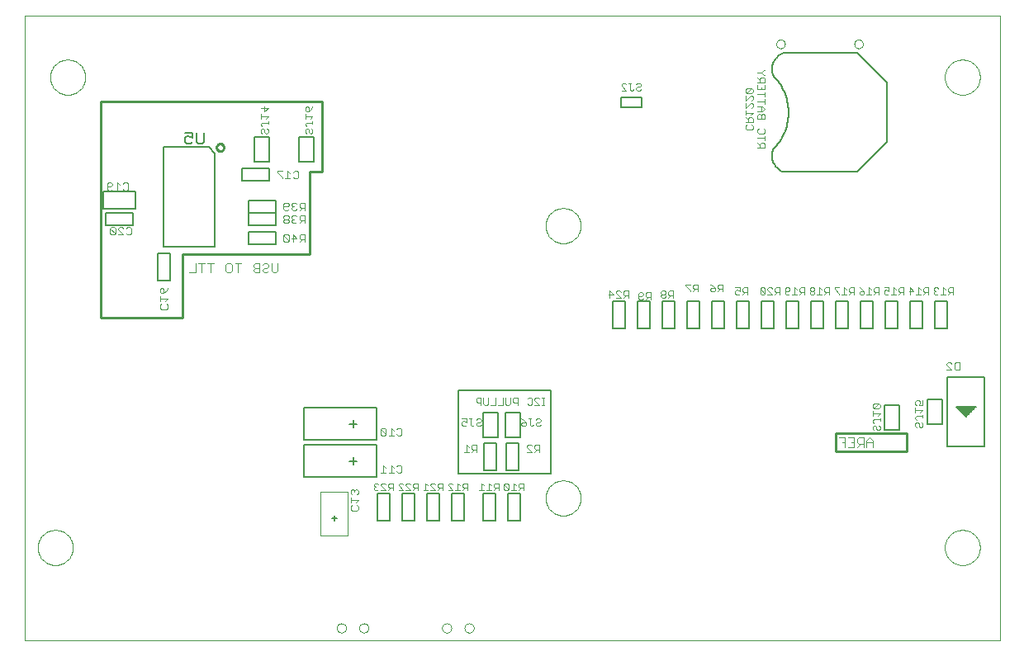
<source format=gbo>
G75*
G70*
%OFA0B0*%
%FSLAX24Y24*%
%IPPOS*%
%LPD*%
%AMOC8*
5,1,8,0,0,1.08239X$1,22.5*
%
%ADD10C,0.0000*%
%ADD11C,0.0080*%
%ADD12C,0.0030*%
%ADD13C,0.0100*%
%ADD14C,0.0050*%
%ADD15C,0.0040*%
%ADD16C,0.0060*%
D10*
X005510Y005143D02*
X005510Y030393D01*
X005510Y030389D02*
X044880Y030389D01*
X044880Y005143D01*
X005510Y005143D01*
X006051Y008893D02*
X006053Y008946D01*
X006059Y008999D01*
X006069Y009051D01*
X006082Y009102D01*
X006100Y009152D01*
X006121Y009201D01*
X006146Y009248D01*
X006174Y009292D01*
X006206Y009335D01*
X006240Y009375D01*
X006278Y009413D01*
X006318Y009447D01*
X006361Y009479D01*
X006406Y009507D01*
X006452Y009532D01*
X006501Y009553D01*
X006551Y009571D01*
X006602Y009584D01*
X006654Y009594D01*
X006707Y009600D01*
X006760Y009602D01*
X006813Y009600D01*
X006866Y009594D01*
X006918Y009584D01*
X006969Y009571D01*
X007019Y009553D01*
X007068Y009532D01*
X007115Y009507D01*
X007159Y009479D01*
X007202Y009447D01*
X007242Y009413D01*
X007280Y009375D01*
X007314Y009335D01*
X007346Y009292D01*
X007374Y009247D01*
X007399Y009201D01*
X007420Y009152D01*
X007438Y009102D01*
X007451Y009051D01*
X007461Y008999D01*
X007467Y008946D01*
X007469Y008893D01*
X007467Y008840D01*
X007461Y008787D01*
X007451Y008735D01*
X007438Y008684D01*
X007420Y008634D01*
X007399Y008585D01*
X007374Y008538D01*
X007346Y008494D01*
X007314Y008451D01*
X007280Y008411D01*
X007242Y008373D01*
X007202Y008339D01*
X007159Y008307D01*
X007114Y008279D01*
X007068Y008254D01*
X007019Y008233D01*
X006969Y008215D01*
X006918Y008202D01*
X006866Y008192D01*
X006813Y008186D01*
X006760Y008184D01*
X006707Y008186D01*
X006654Y008192D01*
X006602Y008202D01*
X006551Y008215D01*
X006501Y008233D01*
X006452Y008254D01*
X006405Y008279D01*
X006361Y008307D01*
X006318Y008339D01*
X006278Y008373D01*
X006240Y008411D01*
X006206Y008451D01*
X006174Y008494D01*
X006146Y008539D01*
X006121Y008585D01*
X006100Y008634D01*
X006082Y008684D01*
X006069Y008735D01*
X006059Y008787D01*
X006053Y008840D01*
X006051Y008893D01*
X018120Y005643D02*
X018122Y005670D01*
X018128Y005696D01*
X018137Y005721D01*
X018150Y005744D01*
X018166Y005765D01*
X018185Y005784D01*
X018206Y005800D01*
X018229Y005813D01*
X018254Y005822D01*
X018280Y005828D01*
X018307Y005830D01*
X018334Y005828D01*
X018360Y005822D01*
X018385Y005813D01*
X018408Y005800D01*
X018429Y005784D01*
X018448Y005765D01*
X018464Y005744D01*
X018477Y005721D01*
X018486Y005696D01*
X018492Y005670D01*
X018494Y005643D01*
X018492Y005616D01*
X018486Y005590D01*
X018477Y005565D01*
X018464Y005542D01*
X018448Y005521D01*
X018429Y005502D01*
X018408Y005486D01*
X018385Y005473D01*
X018360Y005464D01*
X018334Y005458D01*
X018307Y005456D01*
X018280Y005458D01*
X018254Y005464D01*
X018229Y005473D01*
X018206Y005486D01*
X018185Y005502D01*
X018166Y005521D01*
X018150Y005542D01*
X018137Y005565D01*
X018128Y005590D01*
X018122Y005616D01*
X018120Y005643D01*
X019025Y005643D02*
X019027Y005670D01*
X019033Y005696D01*
X019042Y005721D01*
X019055Y005744D01*
X019071Y005765D01*
X019090Y005784D01*
X019111Y005800D01*
X019134Y005813D01*
X019159Y005822D01*
X019185Y005828D01*
X019212Y005830D01*
X019239Y005828D01*
X019265Y005822D01*
X019290Y005813D01*
X019313Y005800D01*
X019334Y005784D01*
X019353Y005765D01*
X019369Y005744D01*
X019382Y005721D01*
X019391Y005696D01*
X019397Y005670D01*
X019399Y005643D01*
X019397Y005616D01*
X019391Y005590D01*
X019382Y005565D01*
X019369Y005542D01*
X019353Y005521D01*
X019334Y005502D01*
X019313Y005486D01*
X019290Y005473D01*
X019265Y005464D01*
X019239Y005458D01*
X019212Y005456D01*
X019185Y005458D01*
X019159Y005464D01*
X019134Y005473D01*
X019111Y005486D01*
X019090Y005502D01*
X019071Y005521D01*
X019055Y005542D01*
X019042Y005565D01*
X019033Y005590D01*
X019027Y005616D01*
X019025Y005643D01*
X022370Y005643D02*
X022372Y005670D01*
X022378Y005696D01*
X022387Y005721D01*
X022400Y005744D01*
X022416Y005765D01*
X022435Y005784D01*
X022456Y005800D01*
X022479Y005813D01*
X022504Y005822D01*
X022530Y005828D01*
X022557Y005830D01*
X022584Y005828D01*
X022610Y005822D01*
X022635Y005813D01*
X022658Y005800D01*
X022679Y005784D01*
X022698Y005765D01*
X022714Y005744D01*
X022727Y005721D01*
X022736Y005696D01*
X022742Y005670D01*
X022744Y005643D01*
X022742Y005616D01*
X022736Y005590D01*
X022727Y005565D01*
X022714Y005542D01*
X022698Y005521D01*
X022679Y005502D01*
X022658Y005486D01*
X022635Y005473D01*
X022610Y005464D01*
X022584Y005458D01*
X022557Y005456D01*
X022530Y005458D01*
X022504Y005464D01*
X022479Y005473D01*
X022456Y005486D01*
X022435Y005502D01*
X022416Y005521D01*
X022400Y005542D01*
X022387Y005565D01*
X022378Y005590D01*
X022372Y005616D01*
X022370Y005643D01*
X023275Y005643D02*
X023277Y005670D01*
X023283Y005696D01*
X023292Y005721D01*
X023305Y005744D01*
X023321Y005765D01*
X023340Y005784D01*
X023361Y005800D01*
X023384Y005813D01*
X023409Y005822D01*
X023435Y005828D01*
X023462Y005830D01*
X023489Y005828D01*
X023515Y005822D01*
X023540Y005813D01*
X023563Y005800D01*
X023584Y005784D01*
X023603Y005765D01*
X023619Y005744D01*
X023632Y005721D01*
X023641Y005696D01*
X023647Y005670D01*
X023649Y005643D01*
X023647Y005616D01*
X023641Y005590D01*
X023632Y005565D01*
X023619Y005542D01*
X023603Y005521D01*
X023584Y005502D01*
X023563Y005486D01*
X023540Y005473D01*
X023515Y005464D01*
X023489Y005458D01*
X023462Y005456D01*
X023435Y005458D01*
X023409Y005464D01*
X023384Y005473D01*
X023361Y005486D01*
X023340Y005502D01*
X023321Y005521D01*
X023305Y005542D01*
X023292Y005565D01*
X023283Y005590D01*
X023277Y005616D01*
X023275Y005643D01*
X026551Y010893D02*
X026553Y010946D01*
X026559Y010999D01*
X026569Y011051D01*
X026582Y011102D01*
X026600Y011152D01*
X026621Y011201D01*
X026646Y011248D01*
X026674Y011292D01*
X026706Y011335D01*
X026740Y011375D01*
X026778Y011413D01*
X026818Y011447D01*
X026861Y011479D01*
X026906Y011507D01*
X026952Y011532D01*
X027001Y011553D01*
X027051Y011571D01*
X027102Y011584D01*
X027154Y011594D01*
X027207Y011600D01*
X027260Y011602D01*
X027313Y011600D01*
X027366Y011594D01*
X027418Y011584D01*
X027469Y011571D01*
X027519Y011553D01*
X027568Y011532D01*
X027615Y011507D01*
X027659Y011479D01*
X027702Y011447D01*
X027742Y011413D01*
X027780Y011375D01*
X027814Y011335D01*
X027846Y011292D01*
X027874Y011247D01*
X027899Y011201D01*
X027920Y011152D01*
X027938Y011102D01*
X027951Y011051D01*
X027961Y010999D01*
X027967Y010946D01*
X027969Y010893D01*
X027967Y010840D01*
X027961Y010787D01*
X027951Y010735D01*
X027938Y010684D01*
X027920Y010634D01*
X027899Y010585D01*
X027874Y010538D01*
X027846Y010494D01*
X027814Y010451D01*
X027780Y010411D01*
X027742Y010373D01*
X027702Y010339D01*
X027659Y010307D01*
X027614Y010279D01*
X027568Y010254D01*
X027519Y010233D01*
X027469Y010215D01*
X027418Y010202D01*
X027366Y010192D01*
X027313Y010186D01*
X027260Y010184D01*
X027207Y010186D01*
X027154Y010192D01*
X027102Y010202D01*
X027051Y010215D01*
X027001Y010233D01*
X026952Y010254D01*
X026905Y010279D01*
X026861Y010307D01*
X026818Y010339D01*
X026778Y010373D01*
X026740Y010411D01*
X026706Y010451D01*
X026674Y010494D01*
X026646Y010539D01*
X026621Y010585D01*
X026600Y010634D01*
X026582Y010684D01*
X026569Y010735D01*
X026559Y010787D01*
X026553Y010840D01*
X026551Y010893D01*
X026551Y021893D02*
X026553Y021946D01*
X026559Y021999D01*
X026569Y022051D01*
X026582Y022102D01*
X026600Y022152D01*
X026621Y022201D01*
X026646Y022248D01*
X026674Y022292D01*
X026706Y022335D01*
X026740Y022375D01*
X026778Y022413D01*
X026818Y022447D01*
X026861Y022479D01*
X026906Y022507D01*
X026952Y022532D01*
X027001Y022553D01*
X027051Y022571D01*
X027102Y022584D01*
X027154Y022594D01*
X027207Y022600D01*
X027260Y022602D01*
X027313Y022600D01*
X027366Y022594D01*
X027418Y022584D01*
X027469Y022571D01*
X027519Y022553D01*
X027568Y022532D01*
X027615Y022507D01*
X027659Y022479D01*
X027702Y022447D01*
X027742Y022413D01*
X027780Y022375D01*
X027814Y022335D01*
X027846Y022292D01*
X027874Y022247D01*
X027899Y022201D01*
X027920Y022152D01*
X027938Y022102D01*
X027951Y022051D01*
X027961Y021999D01*
X027967Y021946D01*
X027969Y021893D01*
X027967Y021840D01*
X027961Y021787D01*
X027951Y021735D01*
X027938Y021684D01*
X027920Y021634D01*
X027899Y021585D01*
X027874Y021538D01*
X027846Y021494D01*
X027814Y021451D01*
X027780Y021411D01*
X027742Y021373D01*
X027702Y021339D01*
X027659Y021307D01*
X027614Y021279D01*
X027568Y021254D01*
X027519Y021233D01*
X027469Y021215D01*
X027418Y021202D01*
X027366Y021192D01*
X027313Y021186D01*
X027260Y021184D01*
X027207Y021186D01*
X027154Y021192D01*
X027102Y021202D01*
X027051Y021215D01*
X027001Y021233D01*
X026952Y021254D01*
X026905Y021279D01*
X026861Y021307D01*
X026818Y021339D01*
X026778Y021373D01*
X026740Y021411D01*
X026706Y021451D01*
X026674Y021494D01*
X026646Y021539D01*
X026621Y021585D01*
X026600Y021634D01*
X026582Y021684D01*
X026569Y021735D01*
X026559Y021787D01*
X026553Y021840D01*
X026551Y021893D01*
X035859Y029235D02*
X035861Y029261D01*
X035867Y029287D01*
X035876Y029311D01*
X035889Y029334D01*
X035906Y029354D01*
X035925Y029372D01*
X035947Y029387D01*
X035970Y029398D01*
X035995Y029406D01*
X036021Y029410D01*
X036047Y029410D01*
X036073Y029406D01*
X036098Y029398D01*
X036122Y029387D01*
X036143Y029372D01*
X036162Y029354D01*
X036179Y029334D01*
X036192Y029311D01*
X036201Y029287D01*
X036207Y029261D01*
X036209Y029235D01*
X036207Y029209D01*
X036201Y029183D01*
X036192Y029159D01*
X036179Y029136D01*
X036162Y029116D01*
X036143Y029098D01*
X036121Y029083D01*
X036098Y029072D01*
X036073Y029064D01*
X036047Y029060D01*
X036021Y029060D01*
X035995Y029064D01*
X035970Y029072D01*
X035946Y029083D01*
X035925Y029098D01*
X035906Y029116D01*
X035889Y029136D01*
X035876Y029159D01*
X035867Y029183D01*
X035861Y029209D01*
X035859Y029235D01*
X039008Y029235D02*
X039010Y029261D01*
X039016Y029287D01*
X039025Y029311D01*
X039038Y029334D01*
X039055Y029354D01*
X039074Y029372D01*
X039096Y029387D01*
X039119Y029398D01*
X039144Y029406D01*
X039170Y029410D01*
X039196Y029410D01*
X039222Y029406D01*
X039247Y029398D01*
X039271Y029387D01*
X039292Y029372D01*
X039311Y029354D01*
X039328Y029334D01*
X039341Y029311D01*
X039350Y029287D01*
X039356Y029261D01*
X039358Y029235D01*
X039356Y029209D01*
X039350Y029183D01*
X039341Y029159D01*
X039328Y029136D01*
X039311Y029116D01*
X039292Y029098D01*
X039270Y029083D01*
X039247Y029072D01*
X039222Y029064D01*
X039196Y029060D01*
X039170Y029060D01*
X039144Y029064D01*
X039119Y029072D01*
X039095Y029083D01*
X039074Y029098D01*
X039055Y029116D01*
X039038Y029136D01*
X039025Y029159D01*
X039016Y029183D01*
X039010Y029209D01*
X039008Y029235D01*
X042665Y027893D02*
X042667Y027946D01*
X042673Y027999D01*
X042683Y028051D01*
X042696Y028102D01*
X042714Y028152D01*
X042735Y028201D01*
X042760Y028248D01*
X042788Y028292D01*
X042820Y028335D01*
X042854Y028375D01*
X042892Y028413D01*
X042932Y028447D01*
X042975Y028479D01*
X043020Y028507D01*
X043066Y028532D01*
X043115Y028553D01*
X043165Y028571D01*
X043216Y028584D01*
X043268Y028594D01*
X043321Y028600D01*
X043374Y028602D01*
X043427Y028600D01*
X043480Y028594D01*
X043532Y028584D01*
X043583Y028571D01*
X043633Y028553D01*
X043682Y028532D01*
X043729Y028507D01*
X043773Y028479D01*
X043816Y028447D01*
X043856Y028413D01*
X043894Y028375D01*
X043928Y028335D01*
X043960Y028292D01*
X043988Y028247D01*
X044013Y028201D01*
X044034Y028152D01*
X044052Y028102D01*
X044065Y028051D01*
X044075Y027999D01*
X044081Y027946D01*
X044083Y027893D01*
X044081Y027840D01*
X044075Y027787D01*
X044065Y027735D01*
X044052Y027684D01*
X044034Y027634D01*
X044013Y027585D01*
X043988Y027538D01*
X043960Y027494D01*
X043928Y027451D01*
X043894Y027411D01*
X043856Y027373D01*
X043816Y027339D01*
X043773Y027307D01*
X043728Y027279D01*
X043682Y027254D01*
X043633Y027233D01*
X043583Y027215D01*
X043532Y027202D01*
X043480Y027192D01*
X043427Y027186D01*
X043374Y027184D01*
X043321Y027186D01*
X043268Y027192D01*
X043216Y027202D01*
X043165Y027215D01*
X043115Y027233D01*
X043066Y027254D01*
X043019Y027279D01*
X042975Y027307D01*
X042932Y027339D01*
X042892Y027373D01*
X042854Y027411D01*
X042820Y027451D01*
X042788Y027494D01*
X042760Y027539D01*
X042735Y027585D01*
X042714Y027634D01*
X042696Y027684D01*
X042683Y027735D01*
X042673Y027787D01*
X042667Y027840D01*
X042665Y027893D01*
X042665Y008893D02*
X042667Y008946D01*
X042673Y008999D01*
X042683Y009051D01*
X042696Y009102D01*
X042714Y009152D01*
X042735Y009201D01*
X042760Y009248D01*
X042788Y009292D01*
X042820Y009335D01*
X042854Y009375D01*
X042892Y009413D01*
X042932Y009447D01*
X042975Y009479D01*
X043020Y009507D01*
X043066Y009532D01*
X043115Y009553D01*
X043165Y009571D01*
X043216Y009584D01*
X043268Y009594D01*
X043321Y009600D01*
X043374Y009602D01*
X043427Y009600D01*
X043480Y009594D01*
X043532Y009584D01*
X043583Y009571D01*
X043633Y009553D01*
X043682Y009532D01*
X043729Y009507D01*
X043773Y009479D01*
X043816Y009447D01*
X043856Y009413D01*
X043894Y009375D01*
X043928Y009335D01*
X043960Y009292D01*
X043988Y009247D01*
X044013Y009201D01*
X044034Y009152D01*
X044052Y009102D01*
X044065Y009051D01*
X044075Y008999D01*
X044081Y008946D01*
X044083Y008893D01*
X044081Y008840D01*
X044075Y008787D01*
X044065Y008735D01*
X044052Y008684D01*
X044034Y008634D01*
X044013Y008585D01*
X043988Y008538D01*
X043960Y008494D01*
X043928Y008451D01*
X043894Y008411D01*
X043856Y008373D01*
X043816Y008339D01*
X043773Y008307D01*
X043728Y008279D01*
X043682Y008254D01*
X043633Y008233D01*
X043583Y008215D01*
X043532Y008202D01*
X043480Y008192D01*
X043427Y008186D01*
X043374Y008184D01*
X043321Y008186D01*
X043268Y008192D01*
X043216Y008202D01*
X043165Y008215D01*
X043115Y008233D01*
X043066Y008254D01*
X043019Y008279D01*
X042975Y008307D01*
X042932Y008339D01*
X042892Y008373D01*
X042854Y008411D01*
X042820Y008451D01*
X042788Y008494D01*
X042760Y008539D01*
X042735Y008585D01*
X042714Y008634D01*
X042696Y008684D01*
X042683Y008735D01*
X042673Y008787D01*
X042667Y008840D01*
X042665Y008893D01*
X006551Y027893D02*
X006553Y027946D01*
X006559Y027999D01*
X006569Y028051D01*
X006582Y028102D01*
X006600Y028152D01*
X006621Y028201D01*
X006646Y028248D01*
X006674Y028292D01*
X006706Y028335D01*
X006740Y028375D01*
X006778Y028413D01*
X006818Y028447D01*
X006861Y028479D01*
X006906Y028507D01*
X006952Y028532D01*
X007001Y028553D01*
X007051Y028571D01*
X007102Y028584D01*
X007154Y028594D01*
X007207Y028600D01*
X007260Y028602D01*
X007313Y028600D01*
X007366Y028594D01*
X007418Y028584D01*
X007469Y028571D01*
X007519Y028553D01*
X007568Y028532D01*
X007615Y028507D01*
X007659Y028479D01*
X007702Y028447D01*
X007742Y028413D01*
X007780Y028375D01*
X007814Y028335D01*
X007846Y028292D01*
X007874Y028247D01*
X007899Y028201D01*
X007920Y028152D01*
X007938Y028102D01*
X007951Y028051D01*
X007961Y027999D01*
X007967Y027946D01*
X007969Y027893D01*
X007967Y027840D01*
X007961Y027787D01*
X007951Y027735D01*
X007938Y027684D01*
X007920Y027634D01*
X007899Y027585D01*
X007874Y027538D01*
X007846Y027494D01*
X007814Y027451D01*
X007780Y027411D01*
X007742Y027373D01*
X007702Y027339D01*
X007659Y027307D01*
X007614Y027279D01*
X007568Y027254D01*
X007519Y027233D01*
X007469Y027215D01*
X007418Y027202D01*
X007366Y027192D01*
X007313Y027186D01*
X007260Y027184D01*
X007207Y027186D01*
X007154Y027192D01*
X007102Y027202D01*
X007051Y027215D01*
X007001Y027233D01*
X006952Y027254D01*
X006905Y027279D01*
X006861Y027307D01*
X006818Y027339D01*
X006778Y027373D01*
X006740Y027411D01*
X006706Y027451D01*
X006674Y027494D01*
X006646Y027539D01*
X006621Y027585D01*
X006600Y027634D01*
X006582Y027684D01*
X006569Y027735D01*
X006559Y027787D01*
X006553Y027840D01*
X006551Y027893D01*
D11*
X011139Y025065D02*
X011139Y021049D01*
X013187Y021049D01*
X013187Y024823D01*
X012945Y025065D01*
X011139Y025065D01*
X014806Y025476D02*
X014806Y024476D01*
X015406Y024476D01*
X015406Y025476D01*
X014806Y025476D01*
X016597Y025476D02*
X016597Y024476D01*
X017197Y024476D01*
X017197Y025476D01*
X016597Y025476D01*
X029600Y026693D02*
X029600Y027093D01*
X030420Y027093D01*
X030420Y026693D01*
X029600Y026693D01*
X035733Y027967D02*
X035802Y027894D01*
X035869Y027817D01*
X035931Y027738D01*
X035990Y027656D01*
X036044Y027571D01*
X036095Y027483D01*
X036141Y027394D01*
X036183Y027302D01*
X036220Y027208D01*
X036253Y027113D01*
X036282Y027016D01*
X036306Y026918D01*
X036325Y026819D01*
X036339Y026719D01*
X036349Y026618D01*
X036353Y026517D01*
X036353Y026417D01*
X036349Y026316D01*
X036339Y026215D01*
X036325Y026115D01*
X036306Y026016D01*
X036282Y025918D01*
X036253Y025821D01*
X036220Y025726D01*
X036183Y025632D01*
X036141Y025540D01*
X036095Y025451D01*
X036044Y025363D01*
X035990Y025278D01*
X035931Y025196D01*
X035869Y025117D01*
X035802Y025040D01*
X035733Y024967D01*
X035717Y024918D01*
X035703Y024867D01*
X035694Y024816D01*
X035689Y024764D01*
X035687Y024712D01*
X035689Y024660D01*
X035695Y024609D01*
X035706Y024557D01*
X035719Y024507D01*
X035737Y024458D01*
X035758Y024411D01*
X035783Y024365D01*
X035811Y024321D01*
X035842Y024279D01*
X035876Y024240D01*
X035913Y024204D01*
X035953Y024170D01*
X035995Y024139D01*
X036039Y024112D01*
X036085Y024088D01*
X036133Y024067D01*
X039133Y024067D01*
X040333Y025267D01*
X040333Y027667D01*
X039133Y028867D01*
X036133Y028867D01*
X036085Y028846D01*
X036039Y028822D01*
X035995Y028795D01*
X035953Y028764D01*
X035913Y028730D01*
X035876Y028694D01*
X035842Y028655D01*
X035811Y028613D01*
X035783Y028569D01*
X035758Y028523D01*
X035737Y028476D01*
X035719Y028427D01*
X035706Y028377D01*
X035695Y028325D01*
X035689Y028274D01*
X035687Y028222D01*
X035689Y028170D01*
X035694Y028118D01*
X035703Y028067D01*
X035717Y028016D01*
X035733Y027967D01*
X026760Y015243D02*
X023010Y015243D01*
X023010Y011893D01*
X026760Y011893D01*
X026760Y015243D01*
X025514Y014344D02*
X025514Y013344D01*
X024914Y013344D01*
X024914Y014344D01*
X025514Y014344D01*
X024619Y014344D02*
X024619Y013344D01*
X024019Y013344D01*
X024019Y014344D01*
X024619Y014344D01*
X040210Y014643D02*
X040210Y013643D01*
X040810Y013643D01*
X040810Y014643D01*
X040210Y014643D01*
X041960Y014893D02*
X041960Y013893D01*
X042560Y013893D01*
X042560Y014893D01*
X041960Y014893D01*
D12*
X041765Y014836D02*
X041765Y014642D01*
X041620Y014642D01*
X041668Y014739D01*
X041668Y014787D01*
X041620Y014836D01*
X041523Y014836D01*
X041475Y014787D01*
X041475Y014691D01*
X041523Y014642D01*
X041475Y014541D02*
X041475Y014348D01*
X041475Y014444D02*
X041765Y014444D01*
X041668Y014348D01*
X041765Y014246D02*
X041765Y014150D01*
X041765Y014198D02*
X041523Y014198D01*
X041475Y014150D01*
X041475Y014101D01*
X041523Y014053D01*
X041523Y013952D02*
X041475Y013903D01*
X041475Y013807D01*
X041523Y013758D01*
X041620Y013807D02*
X041620Y013903D01*
X041571Y013952D01*
X041523Y013952D01*
X041620Y013807D02*
X041668Y013758D01*
X041716Y013758D01*
X041765Y013807D01*
X041765Y013903D01*
X041716Y013952D01*
X040045Y014021D02*
X040045Y014118D01*
X040045Y014069D02*
X039803Y014069D01*
X039755Y014021D01*
X039755Y013973D01*
X039803Y013924D01*
X039803Y013823D02*
X039755Y013775D01*
X039755Y013678D01*
X039803Y013630D01*
X039900Y013678D02*
X039900Y013775D01*
X039851Y013823D01*
X039803Y013823D01*
X039900Y013678D02*
X039948Y013630D01*
X039996Y013630D01*
X040045Y013678D01*
X040045Y013775D01*
X039996Y013823D01*
X039948Y014219D02*
X040045Y014316D01*
X039755Y014316D01*
X039755Y014219D02*
X039755Y014413D01*
X039803Y014514D02*
X039996Y014707D01*
X039803Y014707D01*
X039755Y014659D01*
X039755Y014562D01*
X039803Y014514D01*
X039996Y014514D01*
X040045Y014562D01*
X040045Y014659D01*
X039996Y014707D01*
X039621Y013329D02*
X039498Y013205D01*
X039498Y012958D01*
X039376Y012958D02*
X039376Y013329D01*
X039191Y013329D01*
X039129Y013267D01*
X039129Y013143D01*
X039191Y013082D01*
X039376Y013082D01*
X039253Y013082D02*
X039129Y012958D01*
X039008Y012958D02*
X038761Y012958D01*
X038640Y012958D02*
X038640Y013329D01*
X038393Y013329D01*
X038516Y013143D02*
X038640Y013143D01*
X038761Y013329D02*
X039008Y013329D01*
X039008Y012958D01*
X039008Y013143D02*
X038884Y013143D01*
X039498Y013143D02*
X039745Y013143D01*
X039745Y013205D02*
X039621Y013329D01*
X039745Y013205D02*
X039745Y012958D01*
X031695Y018980D02*
X031695Y019271D01*
X031549Y019271D01*
X031501Y019222D01*
X031501Y019125D01*
X031549Y019077D01*
X031695Y019077D01*
X031598Y019077D02*
X031501Y018980D01*
X031400Y019029D02*
X031400Y019077D01*
X031351Y019125D01*
X031255Y019125D01*
X031206Y019077D01*
X031206Y019029D01*
X031255Y018980D01*
X031351Y018980D01*
X031400Y019029D01*
X031351Y019125D02*
X031400Y019174D01*
X031400Y019222D01*
X031351Y019271D01*
X031255Y019271D01*
X031206Y019222D01*
X031206Y019174D01*
X031255Y019125D01*
X030785Y019200D02*
X030785Y018910D01*
X030785Y019007D02*
X030640Y019007D01*
X030592Y019055D01*
X030592Y019152D01*
X030640Y019200D01*
X030785Y019200D01*
X030689Y019007D02*
X030592Y018910D01*
X030491Y018958D02*
X030442Y018910D01*
X030346Y018910D01*
X030297Y018958D01*
X030297Y019152D01*
X030346Y019200D01*
X030442Y019200D01*
X030491Y019152D01*
X030491Y019103D01*
X030442Y019055D01*
X030297Y019055D01*
X029877Y019077D02*
X029732Y019077D01*
X029683Y019125D01*
X029683Y019222D01*
X029732Y019270D01*
X029877Y019270D01*
X029877Y018980D01*
X029780Y019077D02*
X029683Y018980D01*
X029582Y018980D02*
X029389Y019173D01*
X029389Y019222D01*
X029437Y019270D01*
X029534Y019270D01*
X029582Y019222D01*
X029582Y018980D02*
X029389Y018980D01*
X029287Y019125D02*
X029094Y019125D01*
X029142Y018980D02*
X029142Y019270D01*
X029287Y019125D01*
X032206Y019478D02*
X032400Y019285D01*
X032400Y019236D01*
X032501Y019236D02*
X032598Y019333D01*
X032549Y019333D02*
X032695Y019333D01*
X032695Y019236D02*
X032695Y019527D01*
X032549Y019527D01*
X032501Y019478D01*
X032501Y019381D01*
X032549Y019333D01*
X032400Y019527D02*
X032206Y019527D01*
X032206Y019478D01*
X033206Y019527D02*
X033303Y019478D01*
X033400Y019381D01*
X033400Y019285D01*
X033351Y019236D01*
X033255Y019236D01*
X033206Y019285D01*
X033206Y019333D01*
X033255Y019381D01*
X033400Y019381D01*
X033501Y019381D02*
X033549Y019333D01*
X033695Y019333D01*
X033695Y019236D02*
X033695Y019527D01*
X033549Y019527D01*
X033501Y019478D01*
X033501Y019381D01*
X033598Y019333D02*
X033501Y019236D01*
X034206Y019253D02*
X034206Y019157D01*
X034255Y019108D01*
X034351Y019108D01*
X034400Y019157D01*
X034400Y019253D02*
X034303Y019302D01*
X034255Y019302D01*
X034206Y019253D01*
X034206Y019399D02*
X034400Y019399D01*
X034400Y019253D01*
X034501Y019253D02*
X034549Y019205D01*
X034695Y019205D01*
X034695Y019108D02*
X034695Y019399D01*
X034549Y019399D01*
X034501Y019350D01*
X034501Y019253D01*
X034598Y019205D02*
X034501Y019108D01*
X035212Y019157D02*
X035260Y019108D01*
X035357Y019108D01*
X035405Y019157D01*
X035212Y019350D01*
X035212Y019157D01*
X035212Y019350D02*
X035260Y019399D01*
X035357Y019399D01*
X035405Y019350D01*
X035405Y019157D01*
X035506Y019108D02*
X035700Y019108D01*
X035506Y019302D01*
X035506Y019350D01*
X035555Y019399D01*
X035651Y019399D01*
X035700Y019350D01*
X035801Y019350D02*
X035801Y019253D01*
X035849Y019205D01*
X035995Y019205D01*
X035995Y019108D02*
X035995Y019399D01*
X035849Y019399D01*
X035801Y019350D01*
X035898Y019205D02*
X035801Y019108D01*
X036212Y019157D02*
X036212Y019350D01*
X036260Y019399D01*
X036357Y019399D01*
X036405Y019350D01*
X036405Y019302D01*
X036357Y019253D01*
X036212Y019253D01*
X036212Y019157D02*
X036260Y019108D01*
X036357Y019108D01*
X036405Y019157D01*
X036506Y019108D02*
X036700Y019108D01*
X036603Y019108D02*
X036603Y019399D01*
X036700Y019302D01*
X036801Y019350D02*
X036801Y019253D01*
X036849Y019205D01*
X036995Y019205D01*
X036995Y019108D02*
X036995Y019399D01*
X036849Y019399D01*
X036801Y019350D01*
X036898Y019205D02*
X036801Y019108D01*
X037212Y019157D02*
X037260Y019108D01*
X037357Y019108D01*
X037405Y019157D01*
X037405Y019205D01*
X037357Y019253D01*
X037260Y019253D01*
X037212Y019205D01*
X037212Y019157D01*
X037260Y019253D02*
X037212Y019302D01*
X037212Y019350D01*
X037260Y019399D01*
X037357Y019399D01*
X037405Y019350D01*
X037405Y019302D01*
X037357Y019253D01*
X037506Y019108D02*
X037700Y019108D01*
X037603Y019108D02*
X037603Y019399D01*
X037700Y019302D01*
X037801Y019350D02*
X037801Y019253D01*
X037849Y019205D01*
X037995Y019205D01*
X037995Y019108D02*
X037995Y019399D01*
X037849Y019399D01*
X037801Y019350D01*
X037898Y019205D02*
X037801Y019108D01*
X038212Y019350D02*
X038212Y019399D01*
X038405Y019399D01*
X038603Y019399D02*
X038603Y019108D01*
X038700Y019108D02*
X038506Y019108D01*
X038405Y019108D02*
X038405Y019157D01*
X038212Y019350D01*
X038603Y019399D02*
X038700Y019302D01*
X038801Y019350D02*
X038849Y019399D01*
X038995Y019399D01*
X038995Y019108D01*
X038995Y019205D02*
X038849Y019205D01*
X038801Y019253D01*
X038801Y019350D01*
X038898Y019205D02*
X038801Y019108D01*
X039212Y019157D02*
X039212Y019205D01*
X039260Y019253D01*
X039405Y019253D01*
X039405Y019157D01*
X039357Y019108D01*
X039260Y019108D01*
X039212Y019157D01*
X039308Y019350D02*
X039405Y019253D01*
X039308Y019350D02*
X039212Y019399D01*
X039603Y019399D02*
X039603Y019108D01*
X039700Y019108D02*
X039506Y019108D01*
X039700Y019302D02*
X039603Y019399D01*
X039801Y019350D02*
X039801Y019253D01*
X039849Y019205D01*
X039995Y019205D01*
X039995Y019108D02*
X039995Y019399D01*
X039849Y019399D01*
X039801Y019350D01*
X039898Y019205D02*
X039801Y019108D01*
X040212Y019157D02*
X040260Y019108D01*
X040357Y019108D01*
X040405Y019157D01*
X040405Y019253D02*
X040308Y019302D01*
X040260Y019302D01*
X040212Y019253D01*
X040212Y019157D01*
X040405Y019253D02*
X040405Y019399D01*
X040212Y019399D01*
X040603Y019399D02*
X040603Y019108D01*
X040700Y019108D02*
X040506Y019108D01*
X040700Y019302D02*
X040603Y019399D01*
X040801Y019350D02*
X040849Y019399D01*
X040995Y019399D01*
X040995Y019108D01*
X040995Y019205D02*
X040849Y019205D01*
X040801Y019253D01*
X040801Y019350D01*
X040898Y019205D02*
X040801Y019108D01*
X041212Y019253D02*
X041405Y019253D01*
X041260Y019399D01*
X041260Y019108D01*
X041506Y019108D02*
X041700Y019108D01*
X041603Y019108D02*
X041603Y019399D01*
X041700Y019302D01*
X041801Y019350D02*
X041801Y019253D01*
X041849Y019205D01*
X041995Y019205D01*
X041995Y019108D02*
X041995Y019399D01*
X041849Y019399D01*
X041801Y019350D01*
X041898Y019205D02*
X041801Y019108D01*
X042212Y019157D02*
X042260Y019108D01*
X042357Y019108D01*
X042405Y019157D01*
X042506Y019108D02*
X042700Y019108D01*
X042603Y019108D02*
X042603Y019399D01*
X042700Y019302D01*
X042801Y019350D02*
X042849Y019399D01*
X042995Y019399D01*
X042995Y019108D01*
X042995Y019205D02*
X042849Y019205D01*
X042801Y019253D01*
X042801Y019350D01*
X042898Y019205D02*
X042801Y019108D01*
X042405Y019350D02*
X042357Y019399D01*
X042260Y019399D01*
X042212Y019350D01*
X042212Y019302D01*
X042260Y019253D01*
X042212Y019205D01*
X042212Y019157D01*
X042260Y019253D02*
X042308Y019253D01*
X035395Y025038D02*
X035395Y025183D01*
X035346Y025231D01*
X035250Y025231D01*
X035201Y025183D01*
X035201Y025038D01*
X035201Y025134D02*
X035105Y025231D01*
X035105Y025038D02*
X035395Y025038D01*
X035395Y025332D02*
X035395Y025526D01*
X035395Y025429D02*
X035105Y025429D01*
X035153Y025627D02*
X035105Y025675D01*
X035105Y025772D01*
X035153Y025821D01*
X035346Y025821D02*
X035395Y025772D01*
X035395Y025675D01*
X035346Y025627D01*
X035153Y025627D01*
X034915Y025823D02*
X034866Y025774D01*
X034673Y025774D01*
X034625Y025823D01*
X034625Y025919D01*
X034673Y025968D01*
X034721Y026069D02*
X034721Y026214D01*
X034770Y026263D01*
X034866Y026263D01*
X034915Y026214D01*
X034915Y026069D01*
X034625Y026069D01*
X034721Y026166D02*
X034625Y026263D01*
X034625Y026364D02*
X034625Y026557D01*
X034625Y026460D02*
X034915Y026460D01*
X034818Y026364D01*
X035105Y026361D02*
X035153Y026410D01*
X035201Y026410D01*
X035250Y026361D01*
X035250Y026216D01*
X035395Y026216D02*
X035395Y026361D01*
X035346Y026410D01*
X035298Y026410D01*
X035250Y026361D01*
X035105Y026361D02*
X035105Y026216D01*
X035395Y026216D01*
X035298Y026511D02*
X035395Y026608D01*
X035298Y026704D01*
X035105Y026704D01*
X035250Y026704D02*
X035250Y026511D01*
X035298Y026511D02*
X035105Y026511D01*
X034915Y026707D02*
X034915Y026803D01*
X034866Y026852D01*
X034818Y026852D01*
X034625Y026658D01*
X034625Y026852D01*
X034625Y026953D02*
X034818Y027146D01*
X034866Y027146D01*
X034915Y027098D01*
X034915Y027001D01*
X034866Y026953D01*
X034625Y026953D02*
X034625Y027146D01*
X034673Y027248D02*
X034625Y027296D01*
X034625Y027393D01*
X034673Y027441D01*
X034866Y027441D01*
X034673Y027248D01*
X034866Y027248D01*
X034915Y027296D01*
X034915Y027393D01*
X034866Y027441D01*
X035105Y027395D02*
X035105Y027588D01*
X035105Y027690D02*
X035395Y027690D01*
X035395Y027835D01*
X035346Y027883D01*
X035250Y027883D01*
X035201Y027835D01*
X035201Y027690D01*
X035201Y027786D02*
X035105Y027883D01*
X035105Y028081D02*
X035250Y028081D01*
X035346Y028178D01*
X035395Y028178D01*
X035250Y028081D02*
X035346Y027984D01*
X035395Y027984D01*
X035395Y027588D02*
X035395Y027395D01*
X035105Y027395D01*
X035250Y027395D02*
X035250Y027492D01*
X035395Y027294D02*
X035395Y027100D01*
X035395Y027197D02*
X035105Y027197D01*
X035105Y026902D02*
X035395Y026902D01*
X035395Y026806D02*
X035395Y026999D01*
X034915Y026707D02*
X034866Y026658D01*
X034866Y025968D02*
X034915Y025919D01*
X034915Y025823D01*
X030395Y027407D02*
X030346Y027358D01*
X030249Y027358D01*
X030201Y027407D01*
X030201Y027455D01*
X030249Y027503D01*
X030346Y027503D01*
X030395Y027552D01*
X030395Y027600D01*
X030346Y027649D01*
X030249Y027649D01*
X030201Y027600D01*
X030003Y027649D02*
X029906Y027649D01*
X029955Y027649D02*
X029955Y027407D01*
X030003Y027358D01*
X030051Y027358D01*
X030100Y027407D01*
X029805Y027358D02*
X029612Y027358D01*
X029805Y027358D02*
X029612Y027552D01*
X029612Y027600D01*
X029660Y027649D01*
X029757Y027649D01*
X029805Y027600D01*
X017141Y026698D02*
X017092Y026601D01*
X016996Y026504D01*
X016996Y026650D01*
X016947Y026698D01*
X016899Y026698D01*
X016850Y026650D01*
X016850Y026553D01*
X016899Y026504D01*
X016996Y026504D01*
X016850Y026403D02*
X016850Y026210D01*
X016850Y026307D02*
X017141Y026307D01*
X017044Y026210D01*
X017141Y026109D02*
X017141Y026012D01*
X017141Y026060D02*
X016899Y026060D01*
X016850Y026012D01*
X016850Y025964D01*
X016899Y025915D01*
X016899Y025814D02*
X016850Y025766D01*
X016850Y025669D01*
X016899Y025621D01*
X016996Y025669D02*
X016996Y025766D01*
X016947Y025814D01*
X016899Y025814D01*
X016996Y025669D02*
X017044Y025621D01*
X017092Y025621D01*
X017141Y025669D01*
X017141Y025766D01*
X017092Y025814D01*
X015349Y025766D02*
X015349Y025669D01*
X015301Y025621D01*
X015253Y025621D01*
X015204Y025669D01*
X015204Y025766D01*
X015156Y025814D01*
X015108Y025814D01*
X015059Y025766D01*
X015059Y025669D01*
X015108Y025621D01*
X015301Y025814D02*
X015349Y025766D01*
X015349Y026012D02*
X015349Y026109D01*
X015349Y026060D02*
X015108Y026060D01*
X015059Y026012D01*
X015059Y025964D01*
X015108Y025915D01*
X015059Y026210D02*
X015059Y026403D01*
X015059Y026307D02*
X015349Y026307D01*
X015253Y026210D01*
X015204Y026504D02*
X015204Y026698D01*
X015059Y026650D02*
X015349Y026650D01*
X015204Y026504D01*
X015177Y020371D02*
X015301Y020371D01*
X015362Y020309D01*
X015362Y020248D01*
X015301Y020186D01*
X015177Y020186D01*
X015116Y020124D01*
X015116Y020063D01*
X015177Y020001D01*
X015301Y020001D01*
X015362Y020063D01*
X015484Y020063D02*
X015484Y020371D01*
X015731Y020371D02*
X015731Y020063D01*
X015669Y020001D01*
X015546Y020001D01*
X015484Y020063D01*
X015177Y020371D02*
X015116Y020309D01*
X014994Y020371D02*
X014809Y020371D01*
X014747Y020309D01*
X014747Y020248D01*
X014809Y020186D01*
X014994Y020186D01*
X014809Y020186D02*
X014747Y020124D01*
X014747Y020063D01*
X014809Y020001D01*
X014994Y020001D01*
X014994Y020371D01*
X014257Y020371D02*
X014011Y020371D01*
X014134Y020371D02*
X014134Y020001D01*
X013889Y020063D02*
X013827Y020001D01*
X013704Y020001D01*
X013642Y020063D01*
X013642Y020309D01*
X013704Y020371D01*
X013827Y020371D01*
X013889Y020309D01*
X013889Y020063D01*
X013153Y020371D02*
X012906Y020371D01*
X012784Y020371D02*
X012537Y020371D01*
X012416Y020371D02*
X012416Y020001D01*
X012169Y020001D01*
X012661Y020001D02*
X012661Y020371D01*
X013029Y020371D02*
X013029Y020001D01*
X023171Y014099D02*
X023364Y014099D01*
X023364Y013954D01*
X023268Y014003D01*
X023219Y014003D01*
X023171Y013954D01*
X023171Y013857D01*
X023219Y013809D01*
X023316Y013809D01*
X023364Y013857D01*
X023514Y013857D02*
X023514Y014099D01*
X023562Y014099D02*
X023465Y014099D01*
X023514Y013857D02*
X023562Y013809D01*
X023611Y013809D01*
X023659Y013857D01*
X023760Y013857D02*
X023808Y013809D01*
X023905Y013809D01*
X023954Y013857D01*
X023905Y013954D02*
X023808Y013954D01*
X023760Y013906D01*
X023760Y013857D01*
X023905Y013954D02*
X023954Y014003D01*
X023954Y014051D01*
X023905Y014099D01*
X023808Y014099D01*
X023760Y014051D01*
X023941Y014658D02*
X023941Y014949D01*
X023796Y014949D01*
X023747Y014900D01*
X023747Y014803D01*
X023796Y014755D01*
X023941Y014755D01*
X024042Y014707D02*
X024042Y014949D01*
X024236Y014949D02*
X024236Y014707D01*
X024187Y014658D01*
X024090Y014658D01*
X024042Y014707D01*
X024337Y014658D02*
X024530Y014658D01*
X024530Y014949D01*
X024825Y014949D02*
X024825Y014658D01*
X024631Y014658D01*
X024926Y014707D02*
X024926Y014949D01*
X025119Y014949D02*
X025119Y014707D01*
X025071Y014658D01*
X024974Y014658D01*
X024926Y014707D01*
X025221Y014803D02*
X025269Y014755D01*
X025414Y014755D01*
X025414Y014658D02*
X025414Y014949D01*
X025269Y014949D01*
X025221Y014900D01*
X025221Y014803D01*
X025810Y014707D02*
X025858Y014658D01*
X025955Y014658D01*
X026003Y014707D01*
X026003Y014900D01*
X025955Y014949D01*
X025858Y014949D01*
X025810Y014900D01*
X026105Y014900D02*
X026153Y014949D01*
X026250Y014949D01*
X026298Y014900D01*
X026398Y014949D02*
X026495Y014949D01*
X026446Y014949D02*
X026446Y014658D01*
X026398Y014658D02*
X026495Y014658D01*
X026298Y014658D02*
X026105Y014852D01*
X026105Y014900D01*
X026105Y014658D02*
X026298Y014658D01*
X026301Y014099D02*
X026349Y014051D01*
X026349Y014003D01*
X026301Y013954D01*
X026204Y013954D01*
X026156Y013906D01*
X026156Y013857D01*
X026204Y013809D01*
X026301Y013809D01*
X026349Y013857D01*
X026301Y014099D02*
X026204Y014099D01*
X026156Y014051D01*
X025958Y014099D02*
X025861Y014099D01*
X025909Y014099D02*
X025909Y013857D01*
X025958Y013809D01*
X026006Y013809D01*
X026055Y013857D01*
X025760Y013857D02*
X025712Y013809D01*
X025615Y013809D01*
X025566Y013857D01*
X025566Y013906D01*
X025615Y013954D01*
X025760Y013954D01*
X025760Y013857D01*
X025760Y013954D02*
X025663Y014051D01*
X025566Y014099D01*
X025849Y013050D02*
X025946Y013050D01*
X025994Y013001D01*
X026095Y013001D02*
X026095Y012905D01*
X026143Y012856D01*
X026289Y012856D01*
X026289Y012760D02*
X026289Y013050D01*
X026143Y013050D01*
X026095Y013001D01*
X026192Y012856D02*
X026095Y012760D01*
X025994Y012760D02*
X025800Y012953D01*
X025800Y013001D01*
X025849Y013050D01*
X025800Y012760D02*
X025994Y012760D01*
X025645Y011493D02*
X025499Y011493D01*
X025451Y011444D01*
X025451Y011348D01*
X025499Y011299D01*
X025645Y011299D01*
X025645Y011202D02*
X025645Y011493D01*
X025548Y011299D02*
X025451Y011202D01*
X025350Y011202D02*
X025156Y011202D01*
X025253Y011202D02*
X025253Y011493D01*
X025350Y011396D01*
X025055Y011444D02*
X025055Y011251D01*
X024862Y011444D01*
X024862Y011251D01*
X024910Y011202D01*
X025007Y011202D01*
X025055Y011251D01*
X025055Y011444D02*
X025007Y011493D01*
X024910Y011493D01*
X024862Y011444D01*
X024645Y011493D02*
X024645Y011202D01*
X024645Y011299D02*
X024499Y011299D01*
X024451Y011348D01*
X024451Y011444D01*
X024499Y011493D01*
X024645Y011493D01*
X024548Y011299D02*
X024451Y011202D01*
X024350Y011202D02*
X024156Y011202D01*
X024253Y011202D02*
X024253Y011493D01*
X024350Y011396D01*
X024055Y011396D02*
X023958Y011493D01*
X023958Y011202D01*
X023862Y011202D02*
X024055Y011202D01*
X023395Y011202D02*
X023395Y011493D01*
X023249Y011493D01*
X023201Y011444D01*
X023201Y011348D01*
X023249Y011299D01*
X023395Y011299D01*
X023298Y011299D02*
X023201Y011202D01*
X023100Y011202D02*
X022906Y011202D01*
X023003Y011202D02*
X023003Y011493D01*
X023100Y011396D01*
X022805Y011444D02*
X022757Y011493D01*
X022660Y011493D01*
X022612Y011444D01*
X022612Y011396D01*
X022805Y011202D01*
X022612Y011202D01*
X022395Y011202D02*
X022395Y011493D01*
X022249Y011493D01*
X022201Y011444D01*
X022201Y011348D01*
X022249Y011299D01*
X022395Y011299D01*
X022298Y011299D02*
X022201Y011202D01*
X022100Y011202D02*
X021906Y011396D01*
X021906Y011444D01*
X021955Y011493D01*
X022051Y011493D01*
X022100Y011444D01*
X022100Y011202D02*
X021906Y011202D01*
X021805Y011202D02*
X021612Y011202D01*
X021708Y011202D02*
X021708Y011493D01*
X021805Y011396D01*
X021395Y011493D02*
X021395Y011202D01*
X021395Y011299D02*
X021249Y011299D01*
X021201Y011348D01*
X021201Y011444D01*
X021249Y011493D01*
X021395Y011493D01*
X021298Y011299D02*
X021201Y011202D01*
X021100Y011202D02*
X020906Y011396D01*
X020906Y011444D01*
X020955Y011493D01*
X021051Y011493D01*
X021100Y011444D01*
X021100Y011202D02*
X020906Y011202D01*
X020805Y011202D02*
X020612Y011396D01*
X020612Y011444D01*
X020660Y011493D01*
X020757Y011493D01*
X020805Y011444D01*
X020805Y011202D02*
X020612Y011202D01*
X020395Y011202D02*
X020395Y011493D01*
X020249Y011493D01*
X020201Y011444D01*
X020201Y011348D01*
X020249Y011299D01*
X020395Y011299D01*
X020298Y011299D02*
X020201Y011202D01*
X020100Y011202D02*
X019906Y011396D01*
X019906Y011444D01*
X019955Y011493D01*
X020051Y011493D01*
X020100Y011444D01*
X020100Y011202D02*
X019906Y011202D01*
X019805Y011251D02*
X019757Y011202D01*
X019660Y011202D01*
X019612Y011251D01*
X019612Y011299D01*
X019660Y011348D01*
X019708Y011348D01*
X019660Y011348D02*
X019612Y011396D01*
X019612Y011444D01*
X019660Y011493D01*
X019757Y011493D01*
X019805Y011444D01*
X023255Y012760D02*
X023448Y012760D01*
X023351Y012760D02*
X023351Y013050D01*
X023448Y012953D01*
X023549Y012905D02*
X023598Y012856D01*
X023743Y012856D01*
X023743Y012760D02*
X023743Y013050D01*
X023598Y013050D01*
X023549Y013001D01*
X023549Y012905D01*
X023646Y012856D02*
X023549Y012760D01*
D13*
X017025Y020754D02*
X011907Y020754D01*
X011907Y018194D01*
X008580Y018194D01*
X008580Y026895D01*
X017537Y026895D01*
X017537Y024080D01*
X017025Y024080D01*
X017025Y020754D01*
X013263Y025057D02*
X013265Y025081D01*
X013271Y025105D01*
X013280Y025127D01*
X013293Y025147D01*
X013309Y025165D01*
X013328Y025180D01*
X013349Y025193D01*
X013371Y025201D01*
X013395Y025206D01*
X013419Y025207D01*
X013443Y025204D01*
X013466Y025197D01*
X013488Y025187D01*
X013508Y025173D01*
X013525Y025156D01*
X013540Y025137D01*
X013551Y025116D01*
X013559Y025093D01*
X013563Y025069D01*
X013563Y025045D01*
X013559Y025021D01*
X013551Y024998D01*
X013540Y024977D01*
X013525Y024958D01*
X013508Y024941D01*
X013488Y024927D01*
X013466Y024917D01*
X013443Y024910D01*
X013419Y024907D01*
X013395Y024908D01*
X013371Y024913D01*
X013349Y024921D01*
X013328Y024934D01*
X013309Y024949D01*
X013293Y024967D01*
X013280Y024987D01*
X013271Y025009D01*
X013265Y025033D01*
X013263Y025057D01*
X038260Y013518D02*
X038260Y012768D01*
X041135Y012768D01*
X041135Y013518D01*
X038260Y013518D01*
D14*
X042760Y012993D02*
X044260Y012993D01*
X044260Y015793D01*
X042760Y015793D01*
X042760Y012993D01*
X043510Y014193D02*
X043560Y014243D01*
X043460Y014243D01*
X043410Y014293D01*
X043610Y014293D01*
X043660Y014343D01*
X043360Y014343D01*
X043310Y014393D01*
X043710Y014393D01*
X043760Y014443D01*
X043260Y014443D01*
X043210Y014493D01*
X043810Y014493D01*
X043860Y014543D01*
X043160Y014543D01*
X043110Y014593D01*
X043910Y014593D01*
X043860Y014543D01*
X043810Y014493D02*
X043760Y014443D01*
X043710Y014393D02*
X043660Y014343D01*
X043610Y014293D02*
X043560Y014243D01*
X043510Y014193D02*
X043460Y014243D01*
X043410Y014293D02*
X043360Y014343D01*
X043310Y014393D02*
X043260Y014443D01*
X043210Y014493D02*
X043160Y014543D01*
X042760Y017743D02*
X042260Y017743D01*
X042260Y018843D01*
X042760Y018843D01*
X042760Y017743D01*
X041760Y017743D02*
X041760Y018843D01*
X041260Y018843D01*
X041260Y017743D01*
X041760Y017743D01*
X040760Y017743D02*
X040260Y017743D01*
X040260Y018843D01*
X040760Y018843D01*
X040760Y017743D01*
X039760Y017743D02*
X039260Y017743D01*
X039260Y018843D01*
X039760Y018843D01*
X039760Y017743D01*
X038760Y017743D02*
X038260Y017743D01*
X038260Y018843D01*
X038760Y018843D01*
X038760Y017743D01*
X037760Y017743D02*
X037760Y018843D01*
X037260Y018843D01*
X037260Y017743D01*
X037760Y017743D01*
X036760Y017743D02*
X036260Y017743D01*
X036260Y018843D01*
X036760Y018843D01*
X036760Y017743D01*
X035760Y017743D02*
X035260Y017743D01*
X035260Y018843D01*
X035760Y018843D01*
X035760Y017743D01*
X034760Y017743D02*
X034260Y017743D01*
X034260Y018843D01*
X034760Y018843D01*
X034760Y017743D01*
X033760Y017743D02*
X033260Y017743D01*
X033260Y018843D01*
X033760Y018843D01*
X033760Y017743D01*
X032760Y017743D02*
X032760Y018843D01*
X032260Y018843D01*
X032260Y017743D01*
X032760Y017743D01*
X031760Y017743D02*
X031260Y017743D01*
X031260Y018843D01*
X031760Y018843D01*
X031760Y017743D01*
X030760Y017743D02*
X030260Y017743D01*
X030260Y018843D01*
X030760Y018843D01*
X030760Y017743D01*
X029760Y017743D02*
X029260Y017743D01*
X029260Y018843D01*
X029760Y018843D01*
X029760Y017743D01*
X025464Y013115D02*
X024964Y013115D01*
X024964Y012015D01*
X025464Y012015D01*
X025464Y013115D01*
X024569Y013115D02*
X024069Y013115D01*
X024069Y012015D01*
X024569Y012015D01*
X024569Y013115D01*
X024510Y011093D02*
X024010Y011093D01*
X024010Y009993D01*
X024510Y009993D01*
X024510Y011093D01*
X025010Y011093D02*
X025010Y009993D01*
X025510Y009993D01*
X025510Y011093D01*
X025010Y011093D01*
X023260Y011093D02*
X023260Y009993D01*
X022760Y009993D01*
X022760Y011093D01*
X023260Y011093D01*
X022260Y011093D02*
X021760Y011093D01*
X021760Y009993D01*
X022260Y009993D01*
X022260Y011093D01*
X021260Y011093D02*
X020760Y011093D01*
X020760Y009993D01*
X021260Y009993D01*
X021260Y011093D01*
X020260Y011093D02*
X019760Y011093D01*
X019760Y009993D01*
X020260Y009993D01*
X020260Y011093D01*
X019735Y011743D02*
X019735Y013043D01*
X016785Y013043D01*
X016785Y011743D01*
X019735Y011743D01*
X018935Y012393D02*
X018635Y012393D01*
X018785Y012243D02*
X018785Y012543D01*
X019735Y013243D02*
X019735Y014543D01*
X016785Y014543D01*
X016785Y013243D01*
X019735Y013243D01*
X018935Y013893D02*
X018635Y013893D01*
X018785Y013743D02*
X018785Y014043D01*
X018010Y010193D02*
X018010Y009993D01*
X017910Y010093D02*
X018110Y010093D01*
X011389Y019692D02*
X010889Y019692D01*
X010889Y020792D01*
X011389Y020792D01*
X011389Y019692D01*
X009898Y021911D02*
X008798Y021911D01*
X008798Y022411D01*
X009898Y022411D01*
X009898Y021911D01*
X009998Y022579D02*
X008698Y022579D01*
X008698Y023279D01*
X009998Y023279D01*
X009998Y022579D01*
X014300Y023702D02*
X014300Y024202D01*
X015400Y024202D01*
X015400Y023702D01*
X014300Y023702D01*
X014556Y022923D02*
X014556Y022423D01*
X015656Y022423D01*
X015656Y022923D01*
X014556Y022923D01*
X014556Y022411D02*
X014556Y021911D01*
X015656Y021911D01*
X015656Y022411D01*
X014556Y022411D01*
X014556Y021643D02*
X014556Y021143D01*
X015656Y021143D01*
X015656Y021643D01*
X014556Y021643D01*
D15*
X015969Y021497D02*
X016176Y021290D01*
X016124Y021238D01*
X016021Y021238D01*
X015969Y021290D01*
X015969Y021497D01*
X016021Y021549D01*
X016124Y021549D01*
X016176Y021497D01*
X016176Y021290D01*
X016291Y021393D02*
X016498Y021393D01*
X016343Y021549D01*
X016343Y021238D01*
X016614Y021238D02*
X016717Y021342D01*
X016665Y021342D02*
X016821Y021342D01*
X016821Y021238D02*
X016821Y021549D01*
X016665Y021549D01*
X016614Y021497D01*
X016614Y021393D01*
X016665Y021342D01*
X016614Y022006D02*
X016717Y022109D01*
X016665Y022109D02*
X016821Y022109D01*
X016821Y022006D02*
X016821Y022316D01*
X016665Y022316D01*
X016614Y022265D01*
X016614Y022161D01*
X016665Y022109D01*
X016498Y022058D02*
X016447Y022006D01*
X016343Y022006D01*
X016291Y022058D01*
X016291Y022109D01*
X016343Y022161D01*
X016395Y022161D01*
X016343Y022161D02*
X016291Y022213D01*
X016291Y022265D01*
X016343Y022316D01*
X016447Y022316D01*
X016498Y022265D01*
X016447Y022518D02*
X016498Y022570D01*
X016447Y022518D02*
X016343Y022518D01*
X016291Y022570D01*
X016291Y022621D01*
X016343Y022673D01*
X016395Y022673D01*
X016343Y022673D02*
X016291Y022725D01*
X016291Y022776D01*
X016343Y022828D01*
X016447Y022828D01*
X016498Y022776D01*
X016614Y022776D02*
X016614Y022673D01*
X016665Y022621D01*
X016821Y022621D01*
X016821Y022518D02*
X016821Y022828D01*
X016665Y022828D01*
X016614Y022776D01*
X016717Y022621D02*
X016614Y022518D01*
X016176Y022570D02*
X016124Y022518D01*
X016021Y022518D01*
X015969Y022570D01*
X015969Y022776D01*
X016021Y022828D01*
X016124Y022828D01*
X016176Y022776D01*
X016176Y022725D01*
X016124Y022673D01*
X015969Y022673D01*
X016021Y022316D02*
X015969Y022265D01*
X015969Y022213D01*
X016021Y022161D01*
X016124Y022161D01*
X016176Y022213D01*
X016176Y022265D01*
X016124Y022316D01*
X016021Y022316D01*
X016021Y022161D02*
X015969Y022109D01*
X015969Y022058D01*
X016021Y022006D01*
X016124Y022006D01*
X016176Y022058D01*
X016176Y022109D01*
X016124Y022161D01*
X016139Y023797D02*
X016139Y024108D01*
X016242Y024004D01*
X016358Y024056D02*
X016409Y024108D01*
X016513Y024108D01*
X016565Y024056D01*
X016565Y023849D01*
X016513Y023797D01*
X016409Y023797D01*
X016358Y023849D01*
X016242Y023797D02*
X016035Y023797D01*
X015920Y023797D02*
X015920Y023849D01*
X015713Y024056D01*
X015713Y024108D01*
X015920Y024108D01*
X009694Y023585D02*
X009694Y023378D01*
X009643Y023327D01*
X009539Y023327D01*
X009487Y023378D01*
X009372Y023327D02*
X009165Y023327D01*
X009269Y023327D02*
X009269Y023637D01*
X009372Y023534D01*
X009487Y023585D02*
X009539Y023637D01*
X009643Y023637D01*
X009694Y023585D01*
X009050Y023585D02*
X009050Y023534D01*
X008998Y023482D01*
X008843Y023482D01*
X008843Y023585D02*
X008895Y023637D01*
X008998Y023637D01*
X009050Y023585D01*
X009050Y023378D02*
X008998Y023327D01*
X008895Y023327D01*
X008843Y023378D01*
X008843Y023585D01*
X009023Y021846D02*
X008971Y021794D01*
X009178Y021587D01*
X009126Y021535D01*
X009023Y021535D01*
X008971Y021587D01*
X008971Y021794D01*
X009023Y021846D02*
X009126Y021846D01*
X009178Y021794D01*
X009178Y021587D01*
X009293Y021535D02*
X009500Y021535D01*
X009293Y021742D01*
X009293Y021794D01*
X009345Y021846D01*
X009448Y021846D01*
X009500Y021794D01*
X009615Y021794D02*
X009667Y021846D01*
X009770Y021846D01*
X009822Y021794D01*
X009822Y021587D01*
X009770Y021535D01*
X009667Y021535D01*
X009615Y021587D01*
X011036Y019379D02*
X011088Y019379D01*
X011140Y019327D01*
X011140Y019172D01*
X011036Y019172D01*
X010984Y019223D01*
X010984Y019327D01*
X011036Y019379D01*
X011243Y019275D02*
X011140Y019172D01*
X011243Y019275D02*
X011295Y019379D01*
X011295Y018953D02*
X010984Y018953D01*
X010984Y019056D02*
X010984Y018849D01*
X011036Y018734D02*
X010984Y018682D01*
X010984Y018579D01*
X011036Y018527D01*
X011243Y018527D01*
X011295Y018579D01*
X011295Y018682D01*
X011243Y018734D01*
X011191Y018849D02*
X011295Y018953D01*
X019888Y013672D02*
X020095Y013465D01*
X020043Y013413D01*
X019940Y013413D01*
X019888Y013465D01*
X019888Y013672D01*
X019940Y013724D01*
X020043Y013724D01*
X020095Y013672D01*
X020095Y013465D01*
X020210Y013413D02*
X020417Y013413D01*
X020314Y013413D02*
X020314Y013724D01*
X020417Y013620D01*
X020533Y013672D02*
X020584Y013724D01*
X020688Y013724D01*
X020740Y013672D01*
X020740Y013465D01*
X020688Y013413D01*
X020584Y013413D01*
X020533Y013465D01*
X020584Y012224D02*
X020688Y012224D01*
X020740Y012172D01*
X020740Y011965D01*
X020688Y011913D01*
X020584Y011913D01*
X020533Y011965D01*
X020417Y011913D02*
X020210Y011913D01*
X020314Y011913D02*
X020314Y012224D01*
X020417Y012120D01*
X020533Y012172D02*
X020584Y012224D01*
X020095Y012120D02*
X019992Y012224D01*
X019992Y011913D01*
X020095Y011913D02*
X019888Y011913D01*
X018991Y011192D02*
X018940Y011244D01*
X018888Y011244D01*
X018836Y011192D01*
X018785Y011244D01*
X018733Y011244D01*
X018681Y011192D01*
X018681Y011089D01*
X018733Y011037D01*
X018681Y010922D02*
X018681Y010715D01*
X018681Y010818D02*
X018991Y010818D01*
X018888Y010715D01*
X018940Y010599D02*
X018991Y010548D01*
X018991Y010444D01*
X018940Y010393D01*
X018733Y010393D01*
X018681Y010444D01*
X018681Y010548D01*
X018733Y010599D01*
X018940Y011037D02*
X018991Y011089D01*
X018991Y011192D01*
X018836Y011192D02*
X018836Y011141D01*
X018560Y011143D02*
X017460Y011143D01*
X017460Y009393D01*
X018560Y009393D01*
X018560Y011143D01*
X042730Y016063D02*
X042937Y016063D01*
X042730Y016270D01*
X042730Y016322D01*
X042782Y016374D01*
X042885Y016374D01*
X042937Y016322D01*
X043052Y016322D02*
X043104Y016374D01*
X043259Y016374D01*
X043259Y016063D01*
X043104Y016063D01*
X043052Y016115D01*
X043052Y016322D01*
D16*
X012749Y025288D02*
X012676Y025215D01*
X012529Y025215D01*
X012456Y025288D01*
X012456Y025655D01*
X012289Y025655D02*
X012289Y025435D01*
X012142Y025508D01*
X012069Y025508D01*
X011995Y025435D01*
X011995Y025288D01*
X012069Y025215D01*
X012215Y025215D01*
X012289Y025288D01*
X012289Y025655D02*
X011995Y025655D01*
X012749Y025655D02*
X012749Y025288D01*
M02*

</source>
